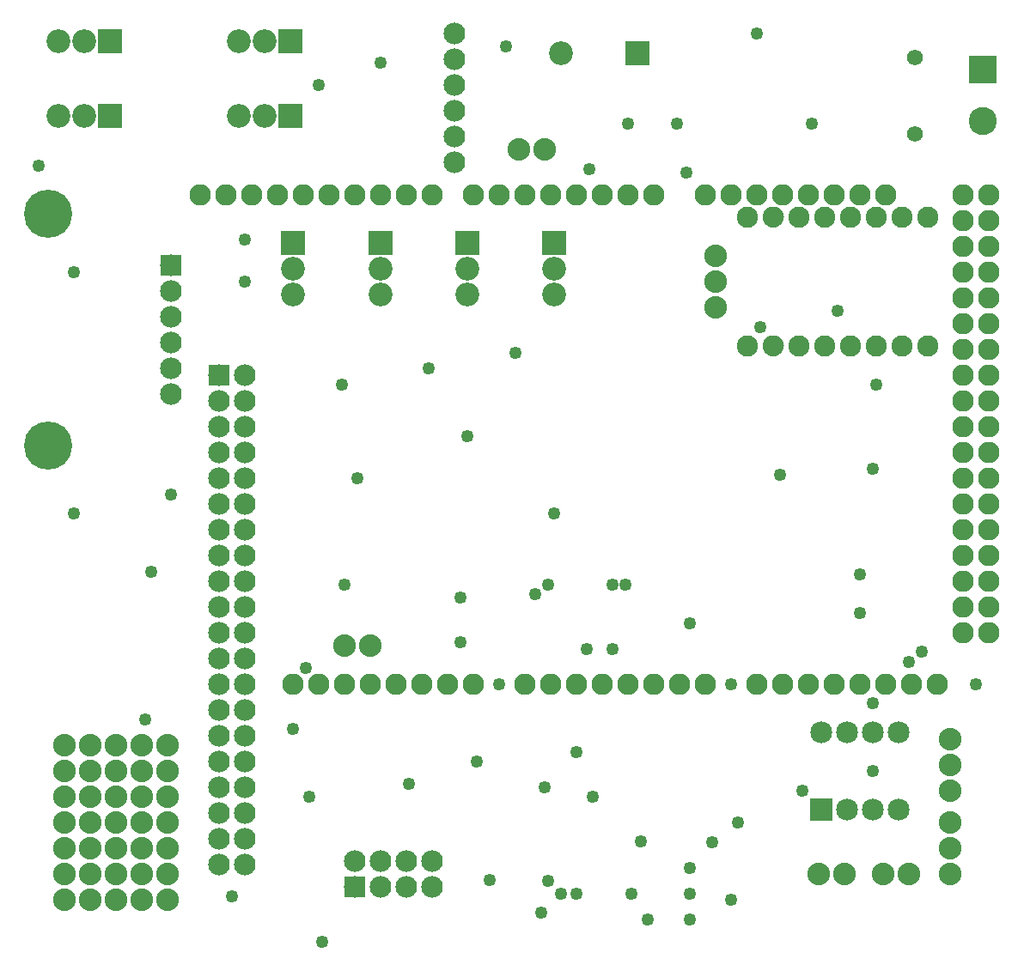
<source format=gbs>
G04 MADE WITH FRITZING*
G04 WWW.FRITZING.ORG*
G04 DOUBLE SIDED*
G04 HOLES PLATED*
G04 CONTOUR ON CENTER OF CONTOUR VECTOR*
%ASAXBY*%
%FSLAX23Y23*%
%MOIN*%
%OFA0B0*%
%SFA1.0B1.0*%
%ADD10C,0.084000*%
%ADD11C,0.049370*%
%ADD12C,0.082472*%
%ADD13C,0.082445*%
%ADD14C,0.082417*%
%ADD15C,0.187165*%
%ADD16C,0.088000*%
%ADD17C,0.085000*%
%ADD18C,0.082917*%
%ADD19C,0.092000*%
%ADD20C,0.061496*%
%ADD21C,0.109055*%
%ADD22R,0.084000X0.084000*%
%ADD23R,0.085000X0.085000*%
%ADD24R,0.092000X0.092000*%
%ADD25R,0.109055X0.109055*%
%ADD26R,0.001000X0.001000*%
%LNMASK0*%
G90*
G70*
G54D10*
X1319Y482D03*
X1419Y482D03*
X1519Y482D03*
X1619Y482D03*
X1319Y382D03*
X1419Y382D03*
X1519Y382D03*
X1619Y382D03*
G54D11*
X232Y1832D03*
X3332Y832D03*
X2882Y3695D03*
X1282Y1557D03*
X532Y1607D03*
X2457Y257D03*
X2432Y558D03*
X1732Y1507D03*
X232Y2770D03*
X1907Y3645D03*
X3094Y3345D03*
X2607Y3157D03*
X894Y2895D03*
X2244Y732D03*
X2057Y770D03*
X1194Y170D03*
X1844Y408D03*
X2782Y332D03*
X2807Y632D03*
X3519Y1295D03*
X3282Y1445D03*
X1419Y3582D03*
X1332Y1970D03*
X2094Y1832D03*
X1757Y2132D03*
X1082Y995D03*
G54D12*
X2844Y2482D03*
X3544Y2982D03*
X3444Y2982D03*
X3344Y2982D03*
X3244Y2982D03*
X3144Y2982D03*
G54D13*
X3044Y2982D03*
G54D12*
X2844Y2982D03*
G54D13*
X3544Y2482D03*
G54D14*
X3444Y2482D03*
G54D13*
X3344Y2482D03*
G54D12*
X3244Y2482D03*
G54D13*
X3144Y2482D03*
G54D14*
X3044Y2482D03*
G54D11*
X2707Y557D03*
X2019Y1520D03*
X2232Y3170D03*
X2070Y407D03*
X2569Y3345D03*
X2382Y3345D03*
X607Y1907D03*
G54D10*
X607Y2794D03*
X607Y2694D03*
X607Y2594D03*
X607Y2494D03*
X607Y2394D03*
X607Y2294D03*
G54D11*
X844Y345D03*
X94Y3182D03*
X1144Y732D03*
X2394Y357D03*
X2182Y357D03*
X2119Y357D03*
X2044Y282D03*
X2620Y257D03*
X2619Y357D03*
X2619Y457D03*
X2181Y905D03*
X3469Y1257D03*
X894Y2732D03*
X3344Y2332D03*
X3282Y1595D03*
X2319Y1557D03*
X2619Y1407D03*
X1794Y870D03*
X1132Y1232D03*
X2219Y1307D03*
X2069Y1557D03*
X2319Y1307D03*
X2369Y1557D03*
X1732Y1332D03*
X3732Y1170D03*
X1532Y782D03*
G54D10*
X1707Y3695D03*
X1707Y3595D03*
X1707Y3495D03*
X1707Y3395D03*
X1707Y3295D03*
X1707Y3195D03*
X1707Y3695D03*
X1707Y3595D03*
X1707Y3495D03*
X1707Y3395D03*
X1707Y3295D03*
X1707Y3195D03*
G54D11*
X3057Y757D03*
G54D15*
X132Y2095D03*
X132Y2995D03*
G54D11*
X1607Y2395D03*
X1944Y2457D03*
X1269Y2332D03*
X1182Y3495D03*
X3332Y1095D03*
X1882Y1170D03*
X507Y1032D03*
X2782Y1170D03*
X3194Y2620D03*
X2969Y1982D03*
X3332Y2007D03*
G54D16*
X594Y332D03*
X494Y332D03*
X394Y332D03*
X294Y332D03*
X194Y332D03*
X594Y932D03*
X494Y932D03*
X394Y932D03*
X294Y932D03*
X194Y932D03*
X194Y732D03*
X294Y732D03*
X394Y732D03*
X494Y732D03*
X494Y432D03*
X494Y532D03*
X194Y432D03*
X194Y532D03*
X294Y432D03*
X294Y532D03*
X394Y432D03*
X394Y532D03*
X594Y432D03*
X594Y532D03*
X194Y832D03*
X294Y832D03*
X394Y832D03*
X494Y832D03*
X494Y632D03*
X594Y632D03*
X1382Y1320D03*
X1282Y1320D03*
X194Y632D03*
X294Y632D03*
X394Y632D03*
X594Y832D03*
X594Y732D03*
G54D11*
X2894Y2557D03*
G54D17*
X3132Y682D03*
X3132Y982D03*
X3232Y682D03*
X3232Y982D03*
X3332Y682D03*
X3332Y982D03*
X3432Y682D03*
X3432Y982D03*
G54D10*
X894Y2370D03*
X894Y2270D03*
X894Y2170D03*
X894Y2070D03*
X894Y1970D03*
X894Y1870D03*
X894Y1770D03*
X894Y1670D03*
X894Y1570D03*
X894Y1470D03*
X894Y1370D03*
X894Y1270D03*
X894Y1170D03*
X894Y1070D03*
X894Y970D03*
X894Y870D03*
X894Y770D03*
X894Y670D03*
X894Y570D03*
X894Y470D03*
X794Y2370D03*
X794Y2270D03*
X794Y2170D03*
X794Y2070D03*
X794Y1970D03*
X794Y1870D03*
X794Y1770D03*
X794Y1670D03*
X794Y1570D03*
X794Y1470D03*
X794Y1370D03*
X794Y1270D03*
X794Y1170D03*
X794Y1070D03*
X794Y970D03*
X794Y870D03*
X794Y770D03*
X794Y670D03*
X794Y570D03*
X794Y470D03*
G54D18*
X2982Y1170D03*
X1382Y1170D03*
X3082Y1170D03*
X3182Y1170D03*
X3282Y1170D03*
X3382Y1170D03*
X3682Y2570D03*
X3482Y1170D03*
X3582Y1170D03*
X1422Y3070D03*
X1982Y1170D03*
X2082Y1170D03*
X2182Y1170D03*
X2282Y1170D03*
X3682Y1770D03*
X2382Y1170D03*
X2482Y1170D03*
X2582Y1170D03*
X2682Y1170D03*
X2182Y3070D03*
X3682Y2970D03*
X3682Y2170D03*
X3682Y1370D03*
X1022Y3070D03*
X1782Y1170D03*
X1782Y3070D03*
X3682Y2770D03*
X3682Y2370D03*
X3682Y1970D03*
X3382Y3070D03*
X3682Y1570D03*
X3282Y3070D03*
X3182Y3070D03*
X3082Y3070D03*
X2982Y3070D03*
X2882Y3070D03*
X2782Y3070D03*
X2682Y3070D03*
X822Y3070D03*
X1222Y3070D03*
X1622Y3070D03*
X1182Y1170D03*
X1582Y1170D03*
X2382Y3070D03*
X1982Y3070D03*
X3682Y3070D03*
X3682Y2870D03*
X3682Y2670D03*
X3682Y2470D03*
X3682Y2270D03*
X3682Y2070D03*
X3682Y1870D03*
X3682Y1670D03*
X3682Y1470D03*
X722Y3070D03*
X922Y3070D03*
X1122Y3070D03*
X1322Y3070D03*
X1522Y3070D03*
X1082Y1170D03*
X1282Y1170D03*
X1482Y1170D03*
X1682Y1170D03*
X2482Y3070D03*
X2282Y3070D03*
X2082Y3070D03*
X1882Y3070D03*
X3782Y3070D03*
X3782Y2970D03*
X3782Y2870D03*
X3782Y2770D03*
X3782Y2670D03*
X3782Y2570D03*
X3782Y2470D03*
X3782Y2370D03*
X3782Y2270D03*
X3782Y2170D03*
X3782Y2070D03*
X3782Y1970D03*
X3782Y1870D03*
X3782Y1770D03*
X3782Y1670D03*
X3782Y1570D03*
X3782Y1470D03*
X3782Y1370D03*
X2882Y1170D03*
G54D19*
X1419Y2882D03*
X1419Y2782D03*
X1419Y2682D03*
X2094Y2882D03*
X2094Y2782D03*
X2094Y2682D03*
X1757Y2882D03*
X1757Y2782D03*
X1757Y2682D03*
X1082Y2882D03*
X1082Y2782D03*
X1082Y2682D03*
G54D16*
X3632Y432D03*
X3632Y532D03*
X3632Y632D03*
X3632Y957D03*
X3632Y857D03*
X3632Y757D03*
X2057Y3245D03*
X1957Y3245D03*
X2719Y2832D03*
X2719Y2732D03*
X2719Y2632D03*
X3119Y432D03*
X3219Y432D03*
X3469Y432D03*
X3369Y432D03*
G54D19*
X2417Y3620D03*
X2119Y3620D03*
G54D20*
X3494Y3307D03*
X3494Y3603D03*
G54D19*
X369Y3377D03*
X269Y3377D03*
X169Y3377D03*
X1069Y3664D03*
X969Y3664D03*
X869Y3664D03*
X369Y3664D03*
X269Y3664D03*
X169Y3664D03*
X1069Y3377D03*
X969Y3377D03*
X869Y3377D03*
G54D21*
X3757Y3557D03*
X3757Y3357D03*
G54D22*
X1319Y382D03*
X607Y2794D03*
G54D23*
X3132Y682D03*
G54D22*
X794Y2370D03*
G54D24*
X1419Y2882D03*
X2094Y2882D03*
X1757Y2882D03*
X1082Y2882D03*
X2418Y3620D03*
X369Y3377D03*
X1069Y3664D03*
X369Y3664D03*
X1069Y3377D03*
G54D25*
X3757Y3557D03*
G54D26*
X2943Y3024D02*
X2944Y3024D01*
X2936Y3023D02*
X2952Y3023D01*
X2932Y3022D02*
X2956Y3022D01*
X2929Y3021D02*
X2959Y3021D01*
X2927Y3020D02*
X2961Y3020D01*
X2925Y3019D02*
X2963Y3019D01*
X2923Y3018D02*
X2965Y3018D01*
X2921Y3017D02*
X2966Y3017D01*
X2920Y3016D02*
X2968Y3016D01*
X2919Y3015D02*
X2969Y3015D01*
X2917Y3014D02*
X2970Y3014D01*
X2916Y3013D02*
X2971Y3013D01*
X2915Y3012D02*
X2972Y3012D01*
X2914Y3011D02*
X2973Y3011D01*
X2913Y3010D02*
X2974Y3010D01*
X2913Y3009D02*
X2975Y3009D01*
X2912Y3008D02*
X2976Y3008D01*
X2911Y3007D02*
X2977Y3007D01*
X2910Y3006D02*
X2977Y3006D01*
X2910Y3005D02*
X2978Y3005D01*
X2909Y3004D02*
X2979Y3004D01*
X2908Y3003D02*
X2979Y3003D01*
X2908Y3002D02*
X2980Y3002D01*
X2907Y3001D02*
X2980Y3001D01*
X2907Y3000D02*
X2981Y3000D01*
X2906Y2999D02*
X2981Y2999D01*
X2906Y2998D02*
X2982Y2998D01*
X2906Y2997D02*
X2982Y2997D01*
X2905Y2996D02*
X2982Y2996D01*
X2905Y2995D02*
X2983Y2995D01*
X2905Y2994D02*
X2983Y2994D01*
X2905Y2993D02*
X2983Y2993D01*
X2904Y2992D02*
X2983Y2992D01*
X2904Y2991D02*
X2984Y2991D01*
X2904Y2990D02*
X2984Y2990D01*
X2904Y2989D02*
X2984Y2989D01*
X2904Y2988D02*
X2984Y2988D01*
X2903Y2987D02*
X2984Y2987D01*
X2903Y2986D02*
X2984Y2986D01*
X2903Y2985D02*
X2984Y2985D01*
X2903Y2984D02*
X2985Y2984D01*
X2903Y2983D02*
X2985Y2983D01*
X2903Y2982D02*
X2985Y2982D01*
X2903Y2981D02*
X2984Y2981D01*
X2903Y2980D02*
X2984Y2980D01*
X2903Y2979D02*
X2984Y2979D01*
X2904Y2978D02*
X2984Y2978D01*
X2904Y2977D02*
X2984Y2977D01*
X2904Y2976D02*
X2984Y2976D01*
X2904Y2975D02*
X2984Y2975D01*
X2904Y2974D02*
X2984Y2974D01*
X2904Y2973D02*
X2983Y2973D01*
X2905Y2972D02*
X2983Y2972D01*
X2905Y2971D02*
X2983Y2971D01*
X2905Y2970D02*
X2983Y2970D01*
X2906Y2969D02*
X2982Y2969D01*
X2906Y2968D02*
X2982Y2968D01*
X2906Y2967D02*
X2981Y2967D01*
X2907Y2966D02*
X2981Y2966D01*
X2907Y2965D02*
X2980Y2965D01*
X2908Y2964D02*
X2980Y2964D01*
X2908Y2963D02*
X2979Y2963D01*
X2909Y2962D02*
X2979Y2962D01*
X2909Y2961D02*
X2978Y2961D01*
X2910Y2960D02*
X2978Y2960D01*
X2911Y2959D02*
X2977Y2959D01*
X2912Y2958D02*
X2976Y2958D01*
X2912Y2957D02*
X2975Y2957D01*
X2913Y2956D02*
X2975Y2956D01*
X2914Y2955D02*
X2974Y2955D01*
X2915Y2954D02*
X2973Y2954D01*
X2916Y2953D02*
X2972Y2953D01*
X2917Y2952D02*
X2971Y2952D01*
X2918Y2951D02*
X2970Y2951D01*
X2920Y2950D02*
X2968Y2950D01*
X2921Y2949D02*
X2967Y2949D01*
X2922Y2948D02*
X2965Y2948D01*
X2924Y2947D02*
X2964Y2947D01*
X2926Y2946D02*
X2962Y2946D01*
X2928Y2945D02*
X2960Y2945D01*
X2931Y2944D02*
X2957Y2944D01*
X2934Y2943D02*
X2954Y2943D01*
X2939Y2942D02*
X2949Y2942D01*
X2944Y2524D02*
X2944Y2524D01*
X2936Y2523D02*
X2952Y2523D01*
X2932Y2522D02*
X2956Y2522D01*
X2929Y2521D02*
X2959Y2521D01*
X2927Y2520D02*
X2961Y2520D01*
X2925Y2519D02*
X2963Y2519D01*
X2923Y2518D02*
X2965Y2518D01*
X2921Y2517D02*
X2966Y2517D01*
X2920Y2516D02*
X2968Y2516D01*
X2919Y2515D02*
X2969Y2515D01*
X2918Y2514D02*
X2970Y2514D01*
X2916Y2513D02*
X2971Y2513D01*
X2915Y2512D02*
X2972Y2512D01*
X2914Y2511D02*
X2973Y2511D01*
X2913Y2510D02*
X2974Y2510D01*
X2913Y2509D02*
X2975Y2509D01*
X2912Y2508D02*
X2976Y2508D01*
X2911Y2507D02*
X2977Y2507D01*
X2910Y2506D02*
X2977Y2506D01*
X2910Y2505D02*
X2978Y2505D01*
X2909Y2504D02*
X2979Y2504D01*
X2909Y2503D02*
X2979Y2503D01*
X2908Y2502D02*
X2980Y2502D01*
X2907Y2501D02*
X2980Y2501D01*
X2907Y2500D02*
X2981Y2500D01*
X2906Y2499D02*
X2981Y2499D01*
X2906Y2498D02*
X2982Y2498D01*
X2906Y2497D02*
X2982Y2497D01*
X2905Y2496D02*
X2982Y2496D01*
X2905Y2495D02*
X2983Y2495D01*
X2905Y2494D02*
X2983Y2494D01*
X2905Y2493D02*
X2983Y2493D01*
X2904Y2492D02*
X2983Y2492D01*
X2904Y2491D02*
X2984Y2491D01*
X2904Y2490D02*
X2984Y2490D01*
X2904Y2489D02*
X2984Y2489D01*
X2904Y2488D02*
X2984Y2488D01*
X2903Y2487D02*
X2984Y2487D01*
X2903Y2486D02*
X2984Y2486D01*
X2903Y2485D02*
X2984Y2485D01*
X2903Y2484D02*
X2985Y2484D01*
X2903Y2483D02*
X2985Y2483D01*
X2903Y2482D02*
X2985Y2482D01*
X2903Y2481D02*
X2984Y2481D01*
X2903Y2480D02*
X2984Y2480D01*
X2903Y2479D02*
X2984Y2479D01*
X2904Y2478D02*
X2984Y2478D01*
X2904Y2477D02*
X2984Y2477D01*
X2904Y2476D02*
X2984Y2476D01*
X2904Y2475D02*
X2984Y2475D01*
X2904Y2474D02*
X2984Y2474D01*
X2904Y2473D02*
X2983Y2473D01*
X2905Y2472D02*
X2983Y2472D01*
X2905Y2471D02*
X2983Y2471D01*
X2905Y2470D02*
X2983Y2470D01*
X2906Y2469D02*
X2982Y2469D01*
X2906Y2468D02*
X2982Y2468D01*
X2906Y2467D02*
X2981Y2467D01*
X2907Y2466D02*
X2981Y2466D01*
X2907Y2465D02*
X2980Y2465D01*
X2908Y2464D02*
X2980Y2464D01*
X2908Y2463D02*
X2979Y2463D01*
X2909Y2462D02*
X2979Y2462D01*
X2910Y2461D02*
X2978Y2461D01*
X2910Y2460D02*
X2978Y2460D01*
X2911Y2459D02*
X2977Y2459D01*
X2912Y2458D02*
X2976Y2458D01*
X2912Y2457D02*
X2975Y2457D01*
X2913Y2456D02*
X2975Y2456D01*
X2914Y2455D02*
X2974Y2455D01*
X2915Y2454D02*
X2973Y2454D01*
X2916Y2453D02*
X2972Y2453D01*
X2917Y2452D02*
X2971Y2452D01*
X2918Y2451D02*
X2970Y2451D01*
X2920Y2450D02*
X2968Y2450D01*
X2921Y2449D02*
X2967Y2449D01*
X2922Y2448D02*
X2965Y2448D01*
X2924Y2447D02*
X2964Y2447D01*
X2926Y2446D02*
X2962Y2446D01*
X2928Y2445D02*
X2960Y2445D01*
X2931Y2444D02*
X2957Y2444D01*
X2934Y2443D02*
X2954Y2443D01*
X2939Y2442D02*
X2949Y2442D01*
D02*
G04 End of Mask0*
M02*
</source>
